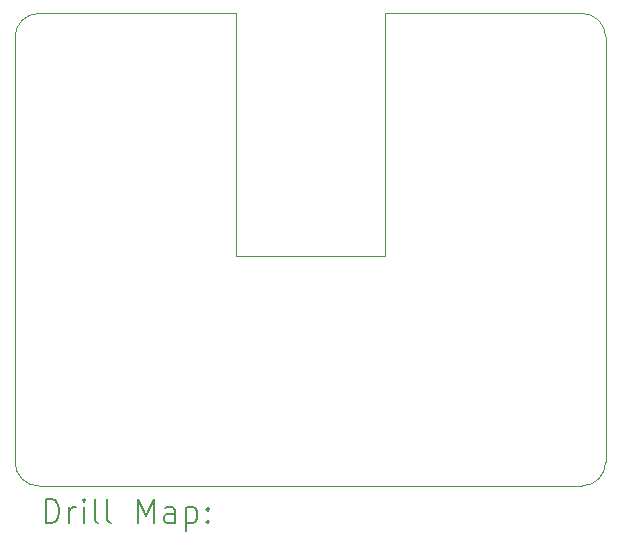
<source format=gbr>
%TF.GenerationSoftware,KiCad,Pcbnew,8.0.5*%
%TF.CreationDate,2024-09-18T02:56:50+09:00*%
%TF.ProjectId,MIDI_Pedal,4d494449-5f50-4656-9461-6c2e6b696361,rev?*%
%TF.SameCoordinates,Original*%
%TF.FileFunction,Drillmap*%
%TF.FilePolarity,Positive*%
%FSLAX45Y45*%
G04 Gerber Fmt 4.5, Leading zero omitted, Abs format (unit mm)*
G04 Created by KiCad (PCBNEW 8.0.5) date 2024-09-18 02:56:50*
%MOMM*%
%LPD*%
G01*
G04 APERTURE LIST*
%ADD10C,0.050000*%
%ADD11C,0.200000*%
G04 APERTURE END LIST*
D10*
X15000000Y-8803800D02*
G75*
G02*
X14800000Y-9003800I-200000J0D01*
G01*
X10200000Y-9003800D02*
G75*
G02*
X10000000Y-8803800I0J200000D01*
G01*
X10000000Y-5203800D02*
G75*
G02*
X10200000Y-5003800I200000J0D01*
G01*
X14800000Y-5003800D02*
G75*
G02*
X15000000Y-5203800I0J-200000D01*
G01*
X14800000Y-9003800D02*
X10200000Y-9003800D01*
X11866400Y-5003800D02*
X11866400Y-7056600D01*
X15000000Y-5203800D02*
X15000000Y-8803800D01*
X11866400Y-5003800D02*
X10200000Y-5003800D01*
X13130000Y-7056600D02*
X13130000Y-5003800D01*
X10000000Y-5203800D02*
X10000000Y-8803800D01*
X13130000Y-5003800D02*
X14800000Y-5003800D01*
X11866400Y-7056600D02*
X13130000Y-7056600D01*
D11*
X10258277Y-9317784D02*
X10258277Y-9117784D01*
X10258277Y-9117784D02*
X10305896Y-9117784D01*
X10305896Y-9117784D02*
X10334467Y-9127308D01*
X10334467Y-9127308D02*
X10353515Y-9146355D01*
X10353515Y-9146355D02*
X10363039Y-9165403D01*
X10363039Y-9165403D02*
X10372563Y-9203498D01*
X10372563Y-9203498D02*
X10372563Y-9232070D01*
X10372563Y-9232070D02*
X10363039Y-9270165D01*
X10363039Y-9270165D02*
X10353515Y-9289212D01*
X10353515Y-9289212D02*
X10334467Y-9308260D01*
X10334467Y-9308260D02*
X10305896Y-9317784D01*
X10305896Y-9317784D02*
X10258277Y-9317784D01*
X10458277Y-9317784D02*
X10458277Y-9184450D01*
X10458277Y-9222546D02*
X10467801Y-9203498D01*
X10467801Y-9203498D02*
X10477324Y-9193974D01*
X10477324Y-9193974D02*
X10496372Y-9184450D01*
X10496372Y-9184450D02*
X10515420Y-9184450D01*
X10582086Y-9317784D02*
X10582086Y-9184450D01*
X10582086Y-9117784D02*
X10572563Y-9127308D01*
X10572563Y-9127308D02*
X10582086Y-9136831D01*
X10582086Y-9136831D02*
X10591610Y-9127308D01*
X10591610Y-9127308D02*
X10582086Y-9117784D01*
X10582086Y-9117784D02*
X10582086Y-9136831D01*
X10705896Y-9317784D02*
X10686848Y-9308260D01*
X10686848Y-9308260D02*
X10677324Y-9289212D01*
X10677324Y-9289212D02*
X10677324Y-9117784D01*
X10810658Y-9317784D02*
X10791610Y-9308260D01*
X10791610Y-9308260D02*
X10782086Y-9289212D01*
X10782086Y-9289212D02*
X10782086Y-9117784D01*
X11039229Y-9317784D02*
X11039229Y-9117784D01*
X11039229Y-9117784D02*
X11105896Y-9260641D01*
X11105896Y-9260641D02*
X11172563Y-9117784D01*
X11172563Y-9117784D02*
X11172563Y-9317784D01*
X11353515Y-9317784D02*
X11353515Y-9213022D01*
X11353515Y-9213022D02*
X11343991Y-9193974D01*
X11343991Y-9193974D02*
X11324943Y-9184450D01*
X11324943Y-9184450D02*
X11286848Y-9184450D01*
X11286848Y-9184450D02*
X11267801Y-9193974D01*
X11353515Y-9308260D02*
X11334467Y-9317784D01*
X11334467Y-9317784D02*
X11286848Y-9317784D01*
X11286848Y-9317784D02*
X11267801Y-9308260D01*
X11267801Y-9308260D02*
X11258277Y-9289212D01*
X11258277Y-9289212D02*
X11258277Y-9270165D01*
X11258277Y-9270165D02*
X11267801Y-9251117D01*
X11267801Y-9251117D02*
X11286848Y-9241593D01*
X11286848Y-9241593D02*
X11334467Y-9241593D01*
X11334467Y-9241593D02*
X11353515Y-9232070D01*
X11448753Y-9184450D02*
X11448753Y-9384450D01*
X11448753Y-9193974D02*
X11467801Y-9184450D01*
X11467801Y-9184450D02*
X11505896Y-9184450D01*
X11505896Y-9184450D02*
X11524943Y-9193974D01*
X11524943Y-9193974D02*
X11534467Y-9203498D01*
X11534467Y-9203498D02*
X11543991Y-9222546D01*
X11543991Y-9222546D02*
X11543991Y-9279689D01*
X11543991Y-9279689D02*
X11534467Y-9298736D01*
X11534467Y-9298736D02*
X11524943Y-9308260D01*
X11524943Y-9308260D02*
X11505896Y-9317784D01*
X11505896Y-9317784D02*
X11467801Y-9317784D01*
X11467801Y-9317784D02*
X11448753Y-9308260D01*
X11629705Y-9298736D02*
X11639229Y-9308260D01*
X11639229Y-9308260D02*
X11629705Y-9317784D01*
X11629705Y-9317784D02*
X11620182Y-9308260D01*
X11620182Y-9308260D02*
X11629705Y-9298736D01*
X11629705Y-9298736D02*
X11629705Y-9317784D01*
X11629705Y-9193974D02*
X11639229Y-9203498D01*
X11639229Y-9203498D02*
X11629705Y-9213022D01*
X11629705Y-9213022D02*
X11620182Y-9203498D01*
X11620182Y-9203498D02*
X11629705Y-9193974D01*
X11629705Y-9193974D02*
X11629705Y-9213022D01*
M02*

</source>
